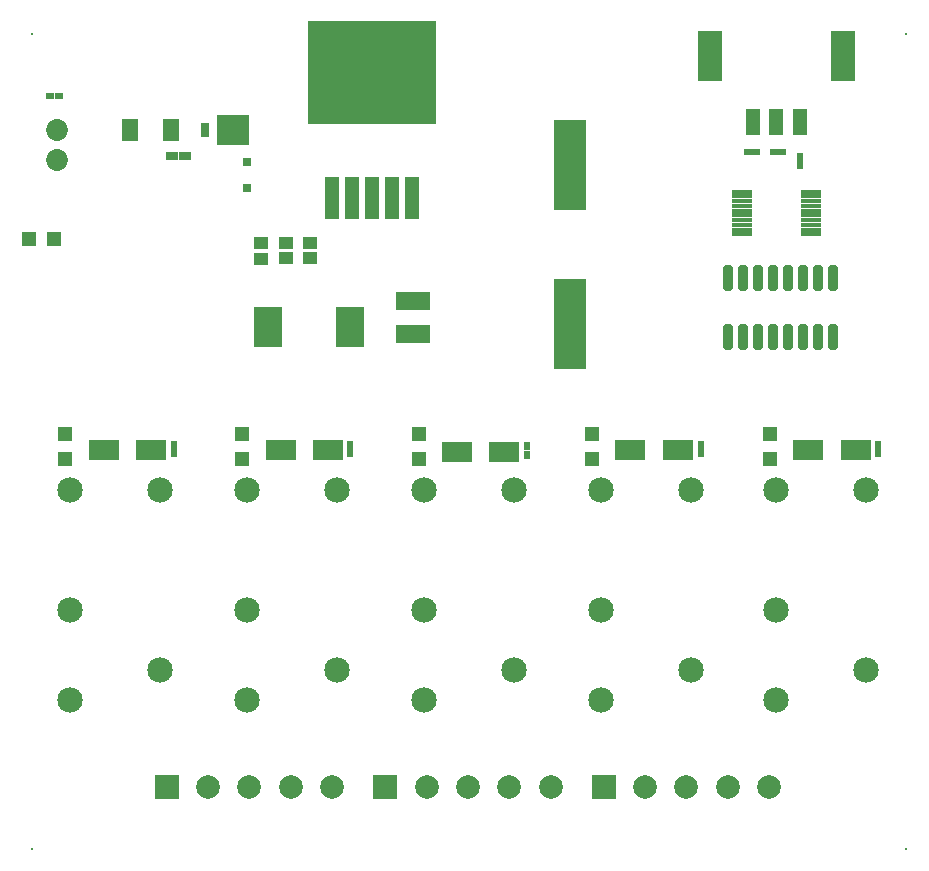
<source format=gts>
G04*
G04 #@! TF.GenerationSoftware,Altium Limited,Altium Designer,20.0.10 (225)*
G04*
G04 Layer_Color=8388736*
%FSLAX25Y25*%
%MOIN*%
G70*
G01*
G75*
%ADD18R,0.04724X0.04724*%
%ADD20R,0.09843X0.06693*%
%ADD25R,0.07874X0.16535*%
%ADD26R,0.04724X0.08661*%
%ADD30R,0.10512X0.10000*%
%ADD31R,0.03000X0.05000*%
%ADD35R,0.04724X0.04724*%
%ADD36R,0.01981X0.02769*%
%ADD37R,0.11509X0.05918*%
G04:AMPARAMS|DCode=38|XSize=85.56mil|YSize=31.62mil|CornerRadius=6.95mil|HoleSize=0mil|Usage=FLASHONLY|Rotation=270.000|XOffset=0mil|YOffset=0mil|HoleType=Round|Shape=RoundedRectangle|*
%AMROUNDEDRECTD38*
21,1,0.08556,0.01772,0,0,270.0*
21,1,0.07165,0.03162,0,0,270.0*
1,1,0.01391,-0.00886,-0.03583*
1,1,0.01391,-0.00886,0.03583*
1,1,0.01391,0.00886,0.03583*
1,1,0.01391,0.00886,-0.03583*
%
%ADD38ROUNDEDRECTD38*%
%ADD39R,0.06607X0.01587*%
%ADD40R,0.02769X0.01981*%
%ADD41R,0.10642X0.30328*%
%ADD42R,0.09658X0.13320*%
%ADD43R,0.04540X0.04147*%
%ADD44R,0.03162X0.03162*%
%ADD45R,0.03950X0.03162*%
%ADD46R,0.05721X0.07296*%
%ADD47C,0.00800*%
%ADD48R,0.07887X0.07887*%
%ADD49C,0.07887*%
%ADD50C,0.08477*%
%ADD51C,0.07296*%
G36*
X139940Y246787D02*
X97263D01*
Y281196D01*
X139940D01*
Y246787D01*
D02*
G37*
G36*
X134232Y215291D02*
X129744D01*
Y229228D01*
X134232D01*
Y215291D01*
D02*
G37*
G36*
X127539D02*
X123051D01*
Y229228D01*
X127539D01*
Y215291D01*
D02*
G37*
G36*
X120846D02*
X116358D01*
Y229228D01*
X120846D01*
Y215291D01*
D02*
G37*
G36*
X114153D02*
X109665D01*
Y229228D01*
X114153D01*
Y215291D01*
D02*
G37*
G36*
X107460D02*
X102972D01*
Y229228D01*
X107460D01*
Y215291D01*
D02*
G37*
D18*
X16358Y143330D02*
D03*
Y135062D02*
D03*
X75401Y143330D02*
D03*
Y135062D02*
D03*
X134381D02*
D03*
Y143330D02*
D03*
X251169Y143330D02*
D03*
Y135062D02*
D03*
X192043Y143330D02*
D03*
Y135062D02*
D03*
D20*
X88177Y138050D02*
D03*
X103925D02*
D03*
X204775D02*
D03*
X220523D02*
D03*
X146870Y137657D02*
D03*
X162618D02*
D03*
X264051Y138050D02*
D03*
X279799D02*
D03*
X29188D02*
D03*
X44936D02*
D03*
D25*
X275488Y269440D02*
D03*
X231393D02*
D03*
D26*
X245566Y247472D02*
D03*
X253440D02*
D03*
X261315D02*
D03*
D30*
X72257Y244708D02*
D03*
D31*
X63002D02*
D03*
D35*
X4350Y208488D02*
D03*
X12618D02*
D03*
D36*
X111240Y139787D02*
D03*
Y137031D02*
D03*
X170295Y139393D02*
D03*
Y136637D02*
D03*
X228169Y139787D02*
D03*
Y137031D02*
D03*
X287425Y139787D02*
D03*
Y137031D02*
D03*
X52578Y139787D02*
D03*
Y137031D02*
D03*
X261240Y235850D02*
D03*
Y233094D02*
D03*
D37*
X132401Y187858D02*
D03*
Y176755D02*
D03*
D38*
X272441Y175909D02*
D03*
X267441D02*
D03*
X262440D02*
D03*
X257440D02*
D03*
X252441D02*
D03*
X247441D02*
D03*
X242441D02*
D03*
X237440D02*
D03*
Y195397D02*
D03*
X242441D02*
D03*
X247441D02*
D03*
X252441D02*
D03*
X257440D02*
D03*
X262440D02*
D03*
X267441D02*
D03*
X272441D02*
D03*
D39*
X241799Y224236D02*
D03*
Y222661D02*
D03*
Y221086D02*
D03*
Y219511D02*
D03*
Y217936D02*
D03*
Y216361D02*
D03*
Y214787D02*
D03*
Y213212D02*
D03*
Y211637D02*
D03*
Y210062D02*
D03*
X264933D02*
D03*
Y211637D02*
D03*
Y213212D02*
D03*
Y214787D02*
D03*
Y216361D02*
D03*
Y217936D02*
D03*
Y219511D02*
D03*
Y221086D02*
D03*
Y222661D02*
D03*
Y224236D02*
D03*
D40*
X255334Y237621D02*
D03*
X252578D02*
D03*
X243917D02*
D03*
X246673D02*
D03*
X14192Y256125D02*
D03*
X11436D02*
D03*
D41*
X184755Y233200D02*
D03*
Y180051D02*
D03*
D42*
X111240Y179051D02*
D03*
X84035D02*
D03*
D43*
X81614Y207110D02*
D03*
Y201992D02*
D03*
X89811Y207232D02*
D03*
Y202114D02*
D03*
X97811Y207232D02*
D03*
Y202114D02*
D03*
D44*
X76988Y225417D02*
D03*
Y234078D02*
D03*
D45*
X51988Y236047D02*
D03*
X56318D02*
D03*
D46*
X38011Y244905D02*
D03*
X51594D02*
D03*
D47*
X296476Y276795D02*
D03*
Y5141D02*
D03*
X5137D02*
D03*
Y276795D02*
D03*
D48*
X195885Y25810D02*
D03*
X123051D02*
D03*
X50216D02*
D03*
D49*
X209665D02*
D03*
X223444D02*
D03*
X237224D02*
D03*
X251003D02*
D03*
X136830D02*
D03*
X150610D02*
D03*
X164389D02*
D03*
X178169D02*
D03*
X63996D02*
D03*
X77775D02*
D03*
X91555D02*
D03*
X105334D02*
D03*
D50*
X283224Y124944D02*
D03*
Y64944D02*
D03*
X253224Y54944D02*
D03*
Y84944D02*
D03*
Y124944D02*
D03*
X225098D02*
D03*
Y64944D02*
D03*
X195098Y54944D02*
D03*
Y84944D02*
D03*
Y124944D02*
D03*
X166043D02*
D03*
Y64944D02*
D03*
X136043Y54944D02*
D03*
Y84944D02*
D03*
Y124944D02*
D03*
X106988D02*
D03*
Y64944D02*
D03*
X76988Y54944D02*
D03*
Y84944D02*
D03*
Y124944D02*
D03*
X47968D02*
D03*
Y64944D02*
D03*
X17968Y54944D02*
D03*
Y84944D02*
D03*
Y124944D02*
D03*
D51*
X13602Y244984D02*
D03*
Y234984D02*
D03*
M02*

</source>
